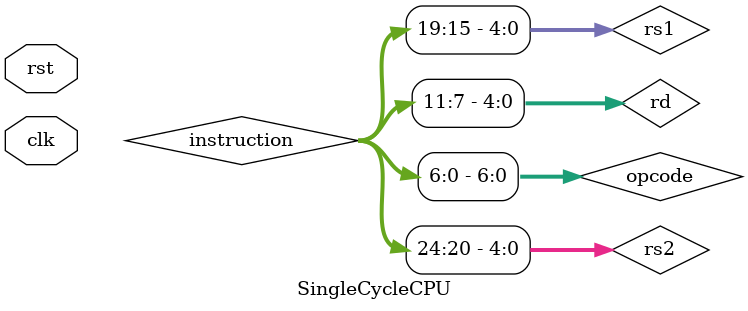
<source format=sv>

module SingleCycleCPU (
    input logic clk, rst
);

    // Signals from Instruction Fetch
    logic [31:0] pc_out;
    logic [31:0] instruction; // Raw 32-bit instruction fetched from memory

    // Decoded instruction fields
    // The RISC-V ISA defines these specific bit locations
    logic [6:0] opcode;
    logic [4:0] rd;
    logic [4:0] rs1;
    logic [4:0] rs2;
    logic [6:0] funct7;
    logic [2:0] funct3;

    assign opcode = instruction[6:0]; // Bits 0-6
    assign rd = instruction[11:7];    // Bits 7-11
    assign rs1 = instruction[19:15];  // Bits 15-19
    assign rs2 = instruction[24:20];  // Bits 20-24
    assign funct7 = instruction[31:25];
    assign funct3 = instruction[14:12];

    // Signals from Control Unit
    logic RegWrite;
    logic [3:0] ALUControl;
    logic ALUSrc;

    // 32-bit 'datapath' wires
    logic [31:0] ReadData1;
    logic [31:0] ReadData2;
    logic [31:0] ALUResult;
    logic [31:0] ImmGenOut;
    logic [31:0] ALU_B_Data;

    // Instruction Fetch Stage
    // Fetches the 'instruction' at the current 'pc_out'
    IF_Stage if_stage_inst (
        .clk(clk),
        .rst(rst),
        .instruction_out(instruction), // Output the fetched instruction
        .pc_out(pc_out)                // Output the current PC
    );

    // Immediate Generator
    ImmGen imm_gen_inst (
        .instruction(instruction),
        .imm_out(ImmGenOut)
    );

    // Control Unit
    // Decodes the 'opcode' and generates the control signals
    ControlUnit control_unit_inst (
        .opcode(opcode),
        .funct3(funct3),
        .funct7(funct7),
        .RegWrite(RegWrite),     // Output RegWrite signal
        .ALUControl(ALUControl), // Output ALUControl signal
        .ALUSrc(ALUSrc)          // Output ALUSrc Signal
    );

    // Register file
    // Reads data from rs1/rs2 and writes the result back to rd
    RegFile reg_file_inst (
        .clk(clk),
        .RegWrite(RegWrite),
        .rs1(rs1),              // Input address to read from
        .rs2(rs2),              // Input Address to read from
        .rd(rd),                // Input address to write to
        .WriteData(ALUResult),  // Data to write (comes from ALU)
        .ReadData1(ReadData1),  // Output data from rs1
        .ReadData2(ReadData2)   // Output data from rs2
    );

    // ALU B-Input MUX
    // If ALUSrc is 0, it selects ReadData2 (for R-type)
    // If ALUSrc is 1, it selects ImmGenOut (for I-type)
    assign ALU_B_Data = (ALUSrc == 0) ? ReadData2 : ImmGenOut;

    // ALU
    // Performs the calculation
    ALU alu_inst (
        .A(ReadData1),           // Input data from RegFile (rs1)
        .B(ALU_B_Data),          // Input data from RegFile (rs2)
        .ALUControl(ALUControl),
        .Result(ALUResult),
        .Zero()                  // Unused for now
    );

endmodule
</source>
